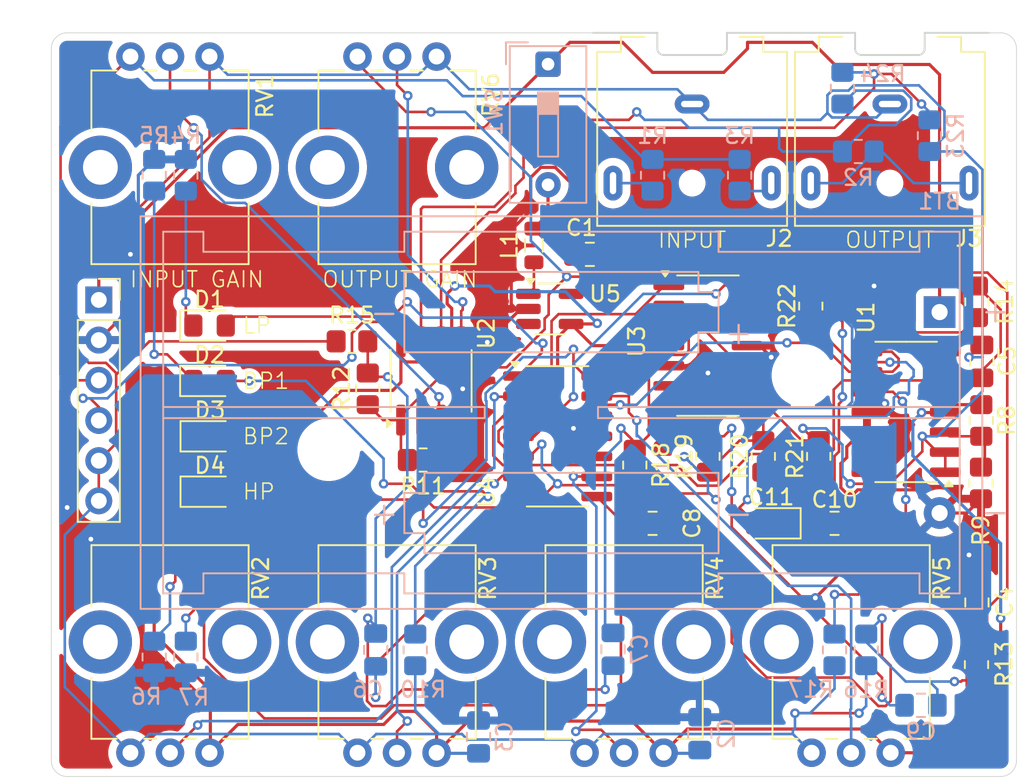
<source format=kicad_pcb>
(kicad_pcb
	(version 20241229)
	(generator "pcbnew")
	(generator_version "9.0")
	(general
		(thickness 1.6)
		(legacy_teardrops no)
	)
	(paper "A4")
	(layers
		(0 "F.Cu" signal)
		(2 "B.Cu" signal)
		(9 "F.Adhes" user "F.Adhesive")
		(11 "B.Adhes" user "B.Adhesive")
		(13 "F.Paste" user)
		(15 "B.Paste" user)
		(5 "F.SilkS" user "F.Silkscreen")
		(7 "B.SilkS" user "B.Silkscreen")
		(1 "F.Mask" user)
		(3 "B.Mask" user)
		(17 "Dwgs.User" user "User.Drawings")
		(19 "Cmts.User" user "User.Comments")
		(21 "Eco1.User" user "User.Eco1")
		(23 "Eco2.User" user "User.Eco2")
		(25 "Edge.Cuts" user)
		(27 "Margin" user)
		(31 "F.CrtYd" user "F.Courtyard")
		(29 "B.CrtYd" user "B.Courtyard")
		(35 "F.Fab" user)
		(33 "B.Fab" user)
		(39 "User.1" user)
		(41 "User.2" user)
		(43 "User.3" user)
		(45 "User.4" user)
	)
	(setup
		(stackup
			(layer "F.SilkS"
				(type "Top Silk Screen")
			)
			(layer "F.Paste"
				(type "Top Solder Paste")
			)
			(layer "F.Mask"
				(type "Top Solder Mask")
				(thickness 0.01)
			)
			(layer "F.Cu"
				(type "copper")
				(thickness 0.035)
			)
			(layer "dielectric 1"
				(type "core")
				(thickness 1.51)
				(material "FR4")
				(epsilon_r 4.5)
				(loss_tangent 0.02)
			)
			(layer "B.Cu"
				(type "copper")
				(thickness 0.035)
			)
			(layer "B.Mask"
				(type "Bottom Solder Mask")
				(thickness 0.01)
			)
			(layer "B.Paste"
				(type "Bottom Solder Paste")
			)
			(layer "B.SilkS"
				(type "Bottom Silk Screen")
			)
			(copper_finish "None")
			(dielectric_constraints no)
		)
		(pad_to_mask_clearance 0)
		(allow_soldermask_bridges_in_footprints no)
		(tenting front back)
		(aux_axis_origin 25 23.5)
		(pcbplotparams
			(layerselection 0x00000000_00000000_55555555_5755f5ff)
			(plot_on_all_layers_selection 0x00000000_00000000_00000000_00000000)
			(disableapertmacros no)
			(usegerberextensions no)
			(usegerberattributes yes)
			(usegerberadvancedattributes yes)
			(creategerberjobfile yes)
			(dashed_line_dash_ratio 12.000000)
			(dashed_line_gap_ratio 3.000000)
			(svgprecision 4)
			(plotframeref no)
			(mode 1)
			(useauxorigin no)
			(hpglpennumber 1)
			(hpglpenspeed 20)
			(hpglpendiameter 15.000000)
			(pdf_front_fp_property_popups yes)
			(pdf_back_fp_property_popups yes)
			(pdf_metadata yes)
			(pdf_single_document no)
			(dxfpolygonmode yes)
			(dxfimperialunits yes)
			(dxfusepcbnewfont yes)
			(psnegative no)
			(psa4output no)
			(plot_black_and_white yes)
			(plotinvisibletext no)
			(sketchpadsonfab no)
			(plotpadnumbers no)
			(hidednponfab no)
			(sketchdnponfab yes)
			(crossoutdnponfab yes)
			(subtractmaskfromsilk no)
			(outputformat 1)
			(mirror no)
			(drillshape 1)
			(scaleselection 1)
			(outputdirectory "")
		)
	)
	(net 0 "")
	(net 1 "GND")
	(net 2 "Net-(U1B-+)")
	(net 3 "VREF")
	(net 4 "Net-(U3A--)")
	(net 5 "Net-(U3C--)")
	(net 6 "/FILTERS/OBP1")
	(net 7 "/RAIL_GEN/VIN+")
	(net 8 "VCC")
	(net 9 "/FILTERS/IBP1")
	(net 10 "Net-(U1C-+)")
	(net 11 "/FILTERS/OBP2")
	(net 12 "Net-(C10-Pad1)")
	(net 13 "Net-(U3D--)")
	(net 14 "/LED_GAIN/OUTA")
	(net 15 "Net-(D1-K)")
	(net 16 "/LED_GAIN/OUTB")
	(net 17 "Net-(D2-K)")
	(net 18 "/LED_GAIN/OUTC")
	(net 19 "Net-(D3-K)")
	(net 20 "Net-(D4-K)")
	(net 21 "/LED_GAIN/OUTD")
	(net 22 "OUT")
	(net 23 "IN")
	(net 24 "Net-(J2-PadR)")
	(net 25 "Net-(J2-PadT)")
	(net 26 "Net-(J3-PadR)")
	(net 27 "Net-(U5-SW)")
	(net 28 "Net-(U1A-+)")
	(net 29 "/LED_GAIN/AREF")
	(net 30 "/LED_GAIN/BREF")
	(net 31 "/LED_GAIN/CREF")
	(net 32 "/LED_GAIN/DREF")
	(net 33 "Net-(U1D--)")
	(net 34 "/FILTERS/OHP")
	(net 35 "/FILTERS/OLP")
	(net 36 "Net-(U3B--)")
	(net 37 "unconnected-(U5-NC-Pad3)")
	(net 38 "unconnected-(U5-NC-Pad5)")
	(net 39 "Net-(C6-Pad1)")
	(net 40 "Net-(C8-Pad1)")
	(net 41 "Net-(C8-Pad2)")
	(net 42 "Net-(U2A--)")
	(net 43 "Net-(U2B--)")
	(net 44 "Net-(U2A-+)")
	(net 45 "Net-(U2B-+)")
	(net 46 "/VIN")
	(footprint "Connector_Audio:Jack_3.5mm_CUI_SJ1-3523N_Horizontal" (layer "F.Cu") (at 65.5 28 180))
	(footprint "LED_SMD:LED_0805_2012Metric_Pad1.15x1.40mm_HandSolder" (layer "F.Cu") (at 35.025 52.5))
	(footprint "Connector_PinSocket_2.54mm:PinSocket_1x06_P2.54mm_Vertical" (layer "F.Cu") (at 28 40.38))
	(footprint "LED_SMD:LED_0805_2012Metric_Pad1.15x1.40mm_HandSolder" (layer "F.Cu") (at 35 45.5))
	(footprint "Capacitor_SMD:C_0805_2012Metric_Pad1.18x1.45mm_HandSolder" (layer "F.Cu") (at 63 54.5 180))
	(footprint "Inductor_SMD:L_0805_2012Metric" (layer "F.Cu") (at 55.5 36.9375 90))
	(footprint "Package_SO:SOIC-14_3.9x8.7mm_P1.27mm" (layer "F.Cu") (at 57 49))
	(footprint "Package_TO_SOT_SMD:SOT-23-5_HandSoldering" (layer "F.Cu") (at 56.5 40.95))
	(footprint "Diode_SMD:D_0805_2012Metric_Pad1.15x1.40mm_HandSolder" (layer "F.Cu") (at 70.5 54.5 180))
	(footprint "LED_SMD:LED_0805_2012Metric_Pad1.15x1.40mm_HandSolder" (layer "F.Cu") (at 35 42))
	(footprint "Resistor_SMD:R_0805_2012Metric_Pad1.20x1.40mm_HandSolder" (layer "F.Cu") (at 48.5 50.5 180))
	(footprint "Connector_Audio:Jack_3.5mm_CUI_SJ1-3523N_Horizontal" (layer "F.Cu") (at 78 28 180))
	(footprint "Resistor_SMD:R_0805_2012Metric_Pad1.20x1.40mm_HandSolder" (layer "F.Cu") (at 83.5 40.5 90))
	(footprint "Capacitor_SMD:C_0805_2012Metric_Pad1.18x1.45mm_HandSolder" (layer "F.Cu") (at 83.5 59.5 90))
	(footprint "Resistor_SMD:R_0805_2012Metric_Pad1.20x1.40mm_HandSolder" (layer "F.Cu") (at 45 46 90))
	(footprint "Package_SO:SOIC-14_3.9x8.7mm_P1.27mm" (layer "F.Cu") (at 79.025 47.46 180))
	(footprint "Capacitor_SMD:C_0805_2012Metric_Pad1.18x1.45mm_HandSolder" (layer "F.Cu") (at 83.808728 44.265881 -90))
	(footprint "Potentiometer_THT:Potentiometer_Bourns_PTV09A-1_Single_Vertical" (layer "F.Cu") (at 44.35 25 -90))
	(footprint "Capacitor_SMD:C_0805_2012Metric_Pad1.18x1.45mm_HandSolder" (layer "F.Cu") (at 59.0375 37.5))
	(footprint "Resistor_SMD:R_0805_2012Metric_Pad1.20x1.40mm_HandSolder" (layer "F.Cu") (at 73 40.77 90))
	(footprint "Potentiometer_THT:Potentiometer_Bourns_PTV09A-1_Single_Vertical" (layer "F.Cu") (at 35 69 90))
	(footprint "Potentiometer_THT:Potentiometer_Bourns_PTV09A-1_Single_Vertical" (layer "F.Cu") (at 78.05 69 90))
	(footprint "Resistor_SMD:R_0805_2012Metric_Pad1.20x1.40mm_HandSolder" (layer "F.Cu") (at 70 50.27 -90))
	(footprint "Resistor_SMD:R_0805_2012Metric_Pad1.20x1.40mm_HandSolder" (layer "F.Cu") (at 66.5 50.27 -90))
	(footprint "Package_SO:SOIC-14_3.9x8.7mm_P1.27mm" (layer "F.Cu") (at 66.5 43.27))
	(footprint "Resistor_SMD:R_0805_2012Metric_Pad1.20x1.40mm_HandSolder" (layer "F.Cu") (at 83.756554 51.949585 -90))
	(footprint "Potentiometer_THT:Potentiometer_Bourns_PTV09A-1_Single_Vertical" (layer "F.Cu") (at 63.7 69 90))
	(footprint "Resistor_SMD:R_0805_2012Metric_Pad1.20x1.40mm_HandSolder" (layer "F.Cu") (at 44 43))
	(footprint "Capacitor_SMD:C_0805_2012Metric_Pad1.18x1.45mm_HandSolder" (layer "F.Cu") (at 74.5 54.5))
	(footprint "Resistor_SMD:R_0805_2012Metric_Pad1.20x1.40mm_HandSolder" (layer "F.Cu") (at 61.87591 50.8185 -90))
	(footprint "Potentiometer_THT:Potentiometer_Bourns_PTV09A-1_Single_Vertical" (layer "F.Cu") (at 30 25 -90))
	(footprint "LED_SMD:LED_0805_2012Metric_Pad1.15x1.40mm_HandSolder" (layer "F.Cu") (at 35.025 49))
	(footprint "Potentiometer_THT:Potentiometer_Bourns_PTV09A-1_Single_Vertical" (layer "F.Cu") (at 49.35 69 90))
	(footprint "Resistor_SMD:R_0805_2012Metric_Pad1.20x1.40mm_HandSolder" (layer "F.Cu") (at 73.5 50.27 -90))
	(footprint "Resistor_SMD:R_0805_2012Metric_Pad1.20x1.40mm_HandSolder"
		(layer "F.Cu")
		(uuid "ea5f78f7-08a0-407f-85a0-6cbde15528e6")
		(at 83.473393 63.430892 -90)
		(descr "Resistor SMD 0805 (2012 Metric), square (rectangular) end terminal, IPC_7351 nominal with elongated pad for handsoldering. (Body size source: IPC-SM-782 page 72, https://www.pcb-3d.com/wordpress/wp-content/uploads/ipc-sm-782a_amendment_1_and_2.pdf), generated with kicad-footprint-generator")
		(tags "resistor handsolder")
		(property "Reference" "R13"
			(at -0.031829 -1.739421 90)
			(layer "F.SilkS")
			(uuid "a663c76b-8f09-4f1a-b1c6-5f97263b5a77")
			(effects
				(font
					(size 1 1)
					(thickness 0.15)
				)
			)
		)
		(property "Value" "3.3k"
			(at 0 1.65 90)
			(layer "F.Fab")
			(uuid "f74fe375-7144-46ea-a146-beeb76750d5f")
			(effects
				(font
					(size 1 1)
					(thickness 0.15)
				)
			)
		)
		(property "Datasheet" ""
			(at 0 0 270)
			(unlocked yes)
			(layer "F.Fab")
			(hide yes)
			(uuid "7130663a-00dd-4796-858b-8e954291fbfe")
			(effects
				(font
					(size 1.27 1.27)
					(thickness 0.15)
				)
			)
		)
		(property "Description" "Resistor, US symbol"
			(at 0 0 270)
			(unlocked yes)
			(layer "F.Fab")
			(hide yes)
			(uuid "07d94c3d-7822-4e32-8208-118ddc9c41f7")
			(effects
				(font
					(size 1.27 1.27)
					(thickness 0.15)
				)
			)
		)
		(property ki_fp_filters "R_*")
		(path "/471db3e4-e213-4827-95bb-9215dfa99989/8938acf2-2f86-45e6-b70d-0871765f9a54")
		(sheetname "/FILTERS/")
		(sheetfile "filters.kicad_sch")
		(attr smd)
		(fp_line
			(start -0.227064 0.735)
			(end 0.227064 0.735)
			(stroke
				(width 0.12)
				(type solid)
			)
			(layer "F.SilkS")
			(uuid "521a9a13-7c3a-47ad-9832-24fa99648727")
		)
		(fp_line
			(start -0.227064 -0.735)
			(end 0.227064 -0.735)
			(stroke
				(width 0.12)
				(type solid)
			)
			(layer "F.SilkS")
			(uuid "feb7c8b8-9988-4815-884f-e2
... [406402 chars truncated]
</source>
